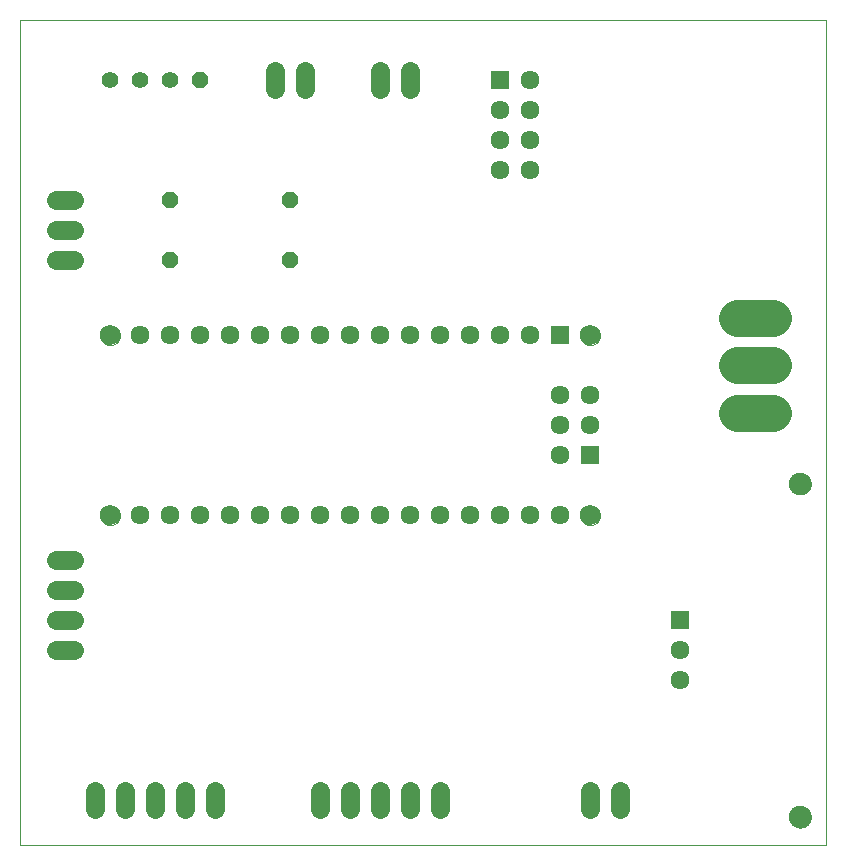
<source format=gbs>
G75*
%MOIN*%
%OFA0B0*%
%FSLAX25Y25*%
%IPPOS*%
%LPD*%
%AMOC8*
5,1,8,0,0,1.08239X$1,22.5*
%
%ADD10C,0.00000*%
%ADD11C,0.06400*%
%ADD12R,0.06337X0.06337*%
%ADD13C,0.06337*%
%ADD14C,0.06900*%
%ADD15OC8,0.05600*%
%ADD16C,0.07487*%
%ADD17OC8,0.05550*%
%ADD18C,0.05550*%
%ADD19C,0.12250*%
D10*
X0014365Y0001000D02*
X0014365Y0275961D01*
X0283066Y0275961D01*
X0283066Y0001000D01*
X0014365Y0001000D01*
X0041115Y0111000D02*
X0041117Y0111113D01*
X0041123Y0111227D01*
X0041133Y0111340D01*
X0041147Y0111452D01*
X0041164Y0111564D01*
X0041186Y0111676D01*
X0041212Y0111786D01*
X0041241Y0111896D01*
X0041274Y0112004D01*
X0041311Y0112112D01*
X0041352Y0112217D01*
X0041396Y0112322D01*
X0041444Y0112425D01*
X0041495Y0112526D01*
X0041550Y0112625D01*
X0041609Y0112722D01*
X0041671Y0112817D01*
X0041736Y0112910D01*
X0041804Y0113001D01*
X0041875Y0113089D01*
X0041950Y0113175D01*
X0042027Y0113258D01*
X0042107Y0113338D01*
X0042190Y0113415D01*
X0042276Y0113490D01*
X0042364Y0113561D01*
X0042455Y0113629D01*
X0042548Y0113694D01*
X0042643Y0113756D01*
X0042740Y0113815D01*
X0042839Y0113870D01*
X0042940Y0113921D01*
X0043043Y0113969D01*
X0043148Y0114013D01*
X0043253Y0114054D01*
X0043361Y0114091D01*
X0043469Y0114124D01*
X0043579Y0114153D01*
X0043689Y0114179D01*
X0043801Y0114201D01*
X0043913Y0114218D01*
X0044025Y0114232D01*
X0044138Y0114242D01*
X0044252Y0114248D01*
X0044365Y0114250D01*
X0044478Y0114248D01*
X0044592Y0114242D01*
X0044705Y0114232D01*
X0044817Y0114218D01*
X0044929Y0114201D01*
X0045041Y0114179D01*
X0045151Y0114153D01*
X0045261Y0114124D01*
X0045369Y0114091D01*
X0045477Y0114054D01*
X0045582Y0114013D01*
X0045687Y0113969D01*
X0045790Y0113921D01*
X0045891Y0113870D01*
X0045990Y0113815D01*
X0046087Y0113756D01*
X0046182Y0113694D01*
X0046275Y0113629D01*
X0046366Y0113561D01*
X0046454Y0113490D01*
X0046540Y0113415D01*
X0046623Y0113338D01*
X0046703Y0113258D01*
X0046780Y0113175D01*
X0046855Y0113089D01*
X0046926Y0113001D01*
X0046994Y0112910D01*
X0047059Y0112817D01*
X0047121Y0112722D01*
X0047180Y0112625D01*
X0047235Y0112526D01*
X0047286Y0112425D01*
X0047334Y0112322D01*
X0047378Y0112217D01*
X0047419Y0112112D01*
X0047456Y0112004D01*
X0047489Y0111896D01*
X0047518Y0111786D01*
X0047544Y0111676D01*
X0047566Y0111564D01*
X0047583Y0111452D01*
X0047597Y0111340D01*
X0047607Y0111227D01*
X0047613Y0111113D01*
X0047615Y0111000D01*
X0047613Y0110887D01*
X0047607Y0110773D01*
X0047597Y0110660D01*
X0047583Y0110548D01*
X0047566Y0110436D01*
X0047544Y0110324D01*
X0047518Y0110214D01*
X0047489Y0110104D01*
X0047456Y0109996D01*
X0047419Y0109888D01*
X0047378Y0109783D01*
X0047334Y0109678D01*
X0047286Y0109575D01*
X0047235Y0109474D01*
X0047180Y0109375D01*
X0047121Y0109278D01*
X0047059Y0109183D01*
X0046994Y0109090D01*
X0046926Y0108999D01*
X0046855Y0108911D01*
X0046780Y0108825D01*
X0046703Y0108742D01*
X0046623Y0108662D01*
X0046540Y0108585D01*
X0046454Y0108510D01*
X0046366Y0108439D01*
X0046275Y0108371D01*
X0046182Y0108306D01*
X0046087Y0108244D01*
X0045990Y0108185D01*
X0045891Y0108130D01*
X0045790Y0108079D01*
X0045687Y0108031D01*
X0045582Y0107987D01*
X0045477Y0107946D01*
X0045369Y0107909D01*
X0045261Y0107876D01*
X0045151Y0107847D01*
X0045041Y0107821D01*
X0044929Y0107799D01*
X0044817Y0107782D01*
X0044705Y0107768D01*
X0044592Y0107758D01*
X0044478Y0107752D01*
X0044365Y0107750D01*
X0044252Y0107752D01*
X0044138Y0107758D01*
X0044025Y0107768D01*
X0043913Y0107782D01*
X0043801Y0107799D01*
X0043689Y0107821D01*
X0043579Y0107847D01*
X0043469Y0107876D01*
X0043361Y0107909D01*
X0043253Y0107946D01*
X0043148Y0107987D01*
X0043043Y0108031D01*
X0042940Y0108079D01*
X0042839Y0108130D01*
X0042740Y0108185D01*
X0042643Y0108244D01*
X0042548Y0108306D01*
X0042455Y0108371D01*
X0042364Y0108439D01*
X0042276Y0108510D01*
X0042190Y0108585D01*
X0042107Y0108662D01*
X0042027Y0108742D01*
X0041950Y0108825D01*
X0041875Y0108911D01*
X0041804Y0108999D01*
X0041736Y0109090D01*
X0041671Y0109183D01*
X0041609Y0109278D01*
X0041550Y0109375D01*
X0041495Y0109474D01*
X0041444Y0109575D01*
X0041396Y0109678D01*
X0041352Y0109783D01*
X0041311Y0109888D01*
X0041274Y0109996D01*
X0041241Y0110104D01*
X0041212Y0110214D01*
X0041186Y0110324D01*
X0041164Y0110436D01*
X0041147Y0110548D01*
X0041133Y0110660D01*
X0041123Y0110773D01*
X0041117Y0110887D01*
X0041115Y0111000D01*
X0041115Y0171000D02*
X0041117Y0171113D01*
X0041123Y0171227D01*
X0041133Y0171340D01*
X0041147Y0171452D01*
X0041164Y0171564D01*
X0041186Y0171676D01*
X0041212Y0171786D01*
X0041241Y0171896D01*
X0041274Y0172004D01*
X0041311Y0172112D01*
X0041352Y0172217D01*
X0041396Y0172322D01*
X0041444Y0172425D01*
X0041495Y0172526D01*
X0041550Y0172625D01*
X0041609Y0172722D01*
X0041671Y0172817D01*
X0041736Y0172910D01*
X0041804Y0173001D01*
X0041875Y0173089D01*
X0041950Y0173175D01*
X0042027Y0173258D01*
X0042107Y0173338D01*
X0042190Y0173415D01*
X0042276Y0173490D01*
X0042364Y0173561D01*
X0042455Y0173629D01*
X0042548Y0173694D01*
X0042643Y0173756D01*
X0042740Y0173815D01*
X0042839Y0173870D01*
X0042940Y0173921D01*
X0043043Y0173969D01*
X0043148Y0174013D01*
X0043253Y0174054D01*
X0043361Y0174091D01*
X0043469Y0174124D01*
X0043579Y0174153D01*
X0043689Y0174179D01*
X0043801Y0174201D01*
X0043913Y0174218D01*
X0044025Y0174232D01*
X0044138Y0174242D01*
X0044252Y0174248D01*
X0044365Y0174250D01*
X0044478Y0174248D01*
X0044592Y0174242D01*
X0044705Y0174232D01*
X0044817Y0174218D01*
X0044929Y0174201D01*
X0045041Y0174179D01*
X0045151Y0174153D01*
X0045261Y0174124D01*
X0045369Y0174091D01*
X0045477Y0174054D01*
X0045582Y0174013D01*
X0045687Y0173969D01*
X0045790Y0173921D01*
X0045891Y0173870D01*
X0045990Y0173815D01*
X0046087Y0173756D01*
X0046182Y0173694D01*
X0046275Y0173629D01*
X0046366Y0173561D01*
X0046454Y0173490D01*
X0046540Y0173415D01*
X0046623Y0173338D01*
X0046703Y0173258D01*
X0046780Y0173175D01*
X0046855Y0173089D01*
X0046926Y0173001D01*
X0046994Y0172910D01*
X0047059Y0172817D01*
X0047121Y0172722D01*
X0047180Y0172625D01*
X0047235Y0172526D01*
X0047286Y0172425D01*
X0047334Y0172322D01*
X0047378Y0172217D01*
X0047419Y0172112D01*
X0047456Y0172004D01*
X0047489Y0171896D01*
X0047518Y0171786D01*
X0047544Y0171676D01*
X0047566Y0171564D01*
X0047583Y0171452D01*
X0047597Y0171340D01*
X0047607Y0171227D01*
X0047613Y0171113D01*
X0047615Y0171000D01*
X0047613Y0170887D01*
X0047607Y0170773D01*
X0047597Y0170660D01*
X0047583Y0170548D01*
X0047566Y0170436D01*
X0047544Y0170324D01*
X0047518Y0170214D01*
X0047489Y0170104D01*
X0047456Y0169996D01*
X0047419Y0169888D01*
X0047378Y0169783D01*
X0047334Y0169678D01*
X0047286Y0169575D01*
X0047235Y0169474D01*
X0047180Y0169375D01*
X0047121Y0169278D01*
X0047059Y0169183D01*
X0046994Y0169090D01*
X0046926Y0168999D01*
X0046855Y0168911D01*
X0046780Y0168825D01*
X0046703Y0168742D01*
X0046623Y0168662D01*
X0046540Y0168585D01*
X0046454Y0168510D01*
X0046366Y0168439D01*
X0046275Y0168371D01*
X0046182Y0168306D01*
X0046087Y0168244D01*
X0045990Y0168185D01*
X0045891Y0168130D01*
X0045790Y0168079D01*
X0045687Y0168031D01*
X0045582Y0167987D01*
X0045477Y0167946D01*
X0045369Y0167909D01*
X0045261Y0167876D01*
X0045151Y0167847D01*
X0045041Y0167821D01*
X0044929Y0167799D01*
X0044817Y0167782D01*
X0044705Y0167768D01*
X0044592Y0167758D01*
X0044478Y0167752D01*
X0044365Y0167750D01*
X0044252Y0167752D01*
X0044138Y0167758D01*
X0044025Y0167768D01*
X0043913Y0167782D01*
X0043801Y0167799D01*
X0043689Y0167821D01*
X0043579Y0167847D01*
X0043469Y0167876D01*
X0043361Y0167909D01*
X0043253Y0167946D01*
X0043148Y0167987D01*
X0043043Y0168031D01*
X0042940Y0168079D01*
X0042839Y0168130D01*
X0042740Y0168185D01*
X0042643Y0168244D01*
X0042548Y0168306D01*
X0042455Y0168371D01*
X0042364Y0168439D01*
X0042276Y0168510D01*
X0042190Y0168585D01*
X0042107Y0168662D01*
X0042027Y0168742D01*
X0041950Y0168825D01*
X0041875Y0168911D01*
X0041804Y0168999D01*
X0041736Y0169090D01*
X0041671Y0169183D01*
X0041609Y0169278D01*
X0041550Y0169375D01*
X0041495Y0169474D01*
X0041444Y0169575D01*
X0041396Y0169678D01*
X0041352Y0169783D01*
X0041311Y0169888D01*
X0041274Y0169996D01*
X0041241Y0170104D01*
X0041212Y0170214D01*
X0041186Y0170324D01*
X0041164Y0170436D01*
X0041147Y0170548D01*
X0041133Y0170660D01*
X0041123Y0170773D01*
X0041117Y0170887D01*
X0041115Y0171000D01*
X0201115Y0171000D02*
X0201117Y0171113D01*
X0201123Y0171227D01*
X0201133Y0171340D01*
X0201147Y0171452D01*
X0201164Y0171564D01*
X0201186Y0171676D01*
X0201212Y0171786D01*
X0201241Y0171896D01*
X0201274Y0172004D01*
X0201311Y0172112D01*
X0201352Y0172217D01*
X0201396Y0172322D01*
X0201444Y0172425D01*
X0201495Y0172526D01*
X0201550Y0172625D01*
X0201609Y0172722D01*
X0201671Y0172817D01*
X0201736Y0172910D01*
X0201804Y0173001D01*
X0201875Y0173089D01*
X0201950Y0173175D01*
X0202027Y0173258D01*
X0202107Y0173338D01*
X0202190Y0173415D01*
X0202276Y0173490D01*
X0202364Y0173561D01*
X0202455Y0173629D01*
X0202548Y0173694D01*
X0202643Y0173756D01*
X0202740Y0173815D01*
X0202839Y0173870D01*
X0202940Y0173921D01*
X0203043Y0173969D01*
X0203148Y0174013D01*
X0203253Y0174054D01*
X0203361Y0174091D01*
X0203469Y0174124D01*
X0203579Y0174153D01*
X0203689Y0174179D01*
X0203801Y0174201D01*
X0203913Y0174218D01*
X0204025Y0174232D01*
X0204138Y0174242D01*
X0204252Y0174248D01*
X0204365Y0174250D01*
X0204478Y0174248D01*
X0204592Y0174242D01*
X0204705Y0174232D01*
X0204817Y0174218D01*
X0204929Y0174201D01*
X0205041Y0174179D01*
X0205151Y0174153D01*
X0205261Y0174124D01*
X0205369Y0174091D01*
X0205477Y0174054D01*
X0205582Y0174013D01*
X0205687Y0173969D01*
X0205790Y0173921D01*
X0205891Y0173870D01*
X0205990Y0173815D01*
X0206087Y0173756D01*
X0206182Y0173694D01*
X0206275Y0173629D01*
X0206366Y0173561D01*
X0206454Y0173490D01*
X0206540Y0173415D01*
X0206623Y0173338D01*
X0206703Y0173258D01*
X0206780Y0173175D01*
X0206855Y0173089D01*
X0206926Y0173001D01*
X0206994Y0172910D01*
X0207059Y0172817D01*
X0207121Y0172722D01*
X0207180Y0172625D01*
X0207235Y0172526D01*
X0207286Y0172425D01*
X0207334Y0172322D01*
X0207378Y0172217D01*
X0207419Y0172112D01*
X0207456Y0172004D01*
X0207489Y0171896D01*
X0207518Y0171786D01*
X0207544Y0171676D01*
X0207566Y0171564D01*
X0207583Y0171452D01*
X0207597Y0171340D01*
X0207607Y0171227D01*
X0207613Y0171113D01*
X0207615Y0171000D01*
X0207613Y0170887D01*
X0207607Y0170773D01*
X0207597Y0170660D01*
X0207583Y0170548D01*
X0207566Y0170436D01*
X0207544Y0170324D01*
X0207518Y0170214D01*
X0207489Y0170104D01*
X0207456Y0169996D01*
X0207419Y0169888D01*
X0207378Y0169783D01*
X0207334Y0169678D01*
X0207286Y0169575D01*
X0207235Y0169474D01*
X0207180Y0169375D01*
X0207121Y0169278D01*
X0207059Y0169183D01*
X0206994Y0169090D01*
X0206926Y0168999D01*
X0206855Y0168911D01*
X0206780Y0168825D01*
X0206703Y0168742D01*
X0206623Y0168662D01*
X0206540Y0168585D01*
X0206454Y0168510D01*
X0206366Y0168439D01*
X0206275Y0168371D01*
X0206182Y0168306D01*
X0206087Y0168244D01*
X0205990Y0168185D01*
X0205891Y0168130D01*
X0205790Y0168079D01*
X0205687Y0168031D01*
X0205582Y0167987D01*
X0205477Y0167946D01*
X0205369Y0167909D01*
X0205261Y0167876D01*
X0205151Y0167847D01*
X0205041Y0167821D01*
X0204929Y0167799D01*
X0204817Y0167782D01*
X0204705Y0167768D01*
X0204592Y0167758D01*
X0204478Y0167752D01*
X0204365Y0167750D01*
X0204252Y0167752D01*
X0204138Y0167758D01*
X0204025Y0167768D01*
X0203913Y0167782D01*
X0203801Y0167799D01*
X0203689Y0167821D01*
X0203579Y0167847D01*
X0203469Y0167876D01*
X0203361Y0167909D01*
X0203253Y0167946D01*
X0203148Y0167987D01*
X0203043Y0168031D01*
X0202940Y0168079D01*
X0202839Y0168130D01*
X0202740Y0168185D01*
X0202643Y0168244D01*
X0202548Y0168306D01*
X0202455Y0168371D01*
X0202364Y0168439D01*
X0202276Y0168510D01*
X0202190Y0168585D01*
X0202107Y0168662D01*
X0202027Y0168742D01*
X0201950Y0168825D01*
X0201875Y0168911D01*
X0201804Y0168999D01*
X0201736Y0169090D01*
X0201671Y0169183D01*
X0201609Y0169278D01*
X0201550Y0169375D01*
X0201495Y0169474D01*
X0201444Y0169575D01*
X0201396Y0169678D01*
X0201352Y0169783D01*
X0201311Y0169888D01*
X0201274Y0169996D01*
X0201241Y0170104D01*
X0201212Y0170214D01*
X0201186Y0170324D01*
X0201164Y0170436D01*
X0201147Y0170548D01*
X0201133Y0170660D01*
X0201123Y0170773D01*
X0201117Y0170887D01*
X0201115Y0171000D01*
X0201115Y0111000D02*
X0201117Y0111113D01*
X0201123Y0111227D01*
X0201133Y0111340D01*
X0201147Y0111452D01*
X0201164Y0111564D01*
X0201186Y0111676D01*
X0201212Y0111786D01*
X0201241Y0111896D01*
X0201274Y0112004D01*
X0201311Y0112112D01*
X0201352Y0112217D01*
X0201396Y0112322D01*
X0201444Y0112425D01*
X0201495Y0112526D01*
X0201550Y0112625D01*
X0201609Y0112722D01*
X0201671Y0112817D01*
X0201736Y0112910D01*
X0201804Y0113001D01*
X0201875Y0113089D01*
X0201950Y0113175D01*
X0202027Y0113258D01*
X0202107Y0113338D01*
X0202190Y0113415D01*
X0202276Y0113490D01*
X0202364Y0113561D01*
X0202455Y0113629D01*
X0202548Y0113694D01*
X0202643Y0113756D01*
X0202740Y0113815D01*
X0202839Y0113870D01*
X0202940Y0113921D01*
X0203043Y0113969D01*
X0203148Y0114013D01*
X0203253Y0114054D01*
X0203361Y0114091D01*
X0203469Y0114124D01*
X0203579Y0114153D01*
X0203689Y0114179D01*
X0203801Y0114201D01*
X0203913Y0114218D01*
X0204025Y0114232D01*
X0204138Y0114242D01*
X0204252Y0114248D01*
X0204365Y0114250D01*
X0204478Y0114248D01*
X0204592Y0114242D01*
X0204705Y0114232D01*
X0204817Y0114218D01*
X0204929Y0114201D01*
X0205041Y0114179D01*
X0205151Y0114153D01*
X0205261Y0114124D01*
X0205369Y0114091D01*
X0205477Y0114054D01*
X0205582Y0114013D01*
X0205687Y0113969D01*
X0205790Y0113921D01*
X0205891Y0113870D01*
X0205990Y0113815D01*
X0206087Y0113756D01*
X0206182Y0113694D01*
X0206275Y0113629D01*
X0206366Y0113561D01*
X0206454Y0113490D01*
X0206540Y0113415D01*
X0206623Y0113338D01*
X0206703Y0113258D01*
X0206780Y0113175D01*
X0206855Y0113089D01*
X0206926Y0113001D01*
X0206994Y0112910D01*
X0207059Y0112817D01*
X0207121Y0112722D01*
X0207180Y0112625D01*
X0207235Y0112526D01*
X0207286Y0112425D01*
X0207334Y0112322D01*
X0207378Y0112217D01*
X0207419Y0112112D01*
X0207456Y0112004D01*
X0207489Y0111896D01*
X0207518Y0111786D01*
X0207544Y0111676D01*
X0207566Y0111564D01*
X0207583Y0111452D01*
X0207597Y0111340D01*
X0207607Y0111227D01*
X0207613Y0111113D01*
X0207615Y0111000D01*
X0207613Y0110887D01*
X0207607Y0110773D01*
X0207597Y0110660D01*
X0207583Y0110548D01*
X0207566Y0110436D01*
X0207544Y0110324D01*
X0207518Y0110214D01*
X0207489Y0110104D01*
X0207456Y0109996D01*
X0207419Y0109888D01*
X0207378Y0109783D01*
X0207334Y0109678D01*
X0207286Y0109575D01*
X0207235Y0109474D01*
X0207180Y0109375D01*
X0207121Y0109278D01*
X0207059Y0109183D01*
X0206994Y0109090D01*
X0206926Y0108999D01*
X0206855Y0108911D01*
X0206780Y0108825D01*
X0206703Y0108742D01*
X0206623Y0108662D01*
X0206540Y0108585D01*
X0206454Y0108510D01*
X0206366Y0108439D01*
X0206275Y0108371D01*
X0206182Y0108306D01*
X0206087Y0108244D01*
X0205990Y0108185D01*
X0205891Y0108130D01*
X0205790Y0108079D01*
X0205687Y0108031D01*
X0205582Y0107987D01*
X0205477Y0107946D01*
X0205369Y0107909D01*
X0205261Y0107876D01*
X0205151Y0107847D01*
X0205041Y0107821D01*
X0204929Y0107799D01*
X0204817Y0107782D01*
X0204705Y0107768D01*
X0204592Y0107758D01*
X0204478Y0107752D01*
X0204365Y0107750D01*
X0204252Y0107752D01*
X0204138Y0107758D01*
X0204025Y0107768D01*
X0203913Y0107782D01*
X0203801Y0107799D01*
X0203689Y0107821D01*
X0203579Y0107847D01*
X0203469Y0107876D01*
X0203361Y0107909D01*
X0203253Y0107946D01*
X0203148Y0107987D01*
X0203043Y0108031D01*
X0202940Y0108079D01*
X0202839Y0108130D01*
X0202740Y0108185D01*
X0202643Y0108244D01*
X0202548Y0108306D01*
X0202455Y0108371D01*
X0202364Y0108439D01*
X0202276Y0108510D01*
X0202190Y0108585D01*
X0202107Y0108662D01*
X0202027Y0108742D01*
X0201950Y0108825D01*
X0201875Y0108911D01*
X0201804Y0108999D01*
X0201736Y0109090D01*
X0201671Y0109183D01*
X0201609Y0109278D01*
X0201550Y0109375D01*
X0201495Y0109474D01*
X0201444Y0109575D01*
X0201396Y0109678D01*
X0201352Y0109783D01*
X0201311Y0109888D01*
X0201274Y0109996D01*
X0201241Y0110104D01*
X0201212Y0110214D01*
X0201186Y0110324D01*
X0201164Y0110436D01*
X0201147Y0110548D01*
X0201133Y0110660D01*
X0201123Y0110773D01*
X0201117Y0110887D01*
X0201115Y0111000D01*
X0270822Y0121512D02*
X0270824Y0121630D01*
X0270830Y0121749D01*
X0270840Y0121867D01*
X0270854Y0121984D01*
X0270871Y0122101D01*
X0270893Y0122218D01*
X0270919Y0122333D01*
X0270948Y0122448D01*
X0270981Y0122562D01*
X0271018Y0122674D01*
X0271059Y0122785D01*
X0271103Y0122895D01*
X0271151Y0123003D01*
X0271203Y0123110D01*
X0271258Y0123215D01*
X0271317Y0123318D01*
X0271379Y0123418D01*
X0271444Y0123517D01*
X0271513Y0123614D01*
X0271584Y0123708D01*
X0271659Y0123799D01*
X0271737Y0123889D01*
X0271818Y0123975D01*
X0271902Y0124059D01*
X0271988Y0124140D01*
X0272078Y0124218D01*
X0272169Y0124293D01*
X0272263Y0124364D01*
X0272360Y0124433D01*
X0272459Y0124498D01*
X0272559Y0124560D01*
X0272662Y0124619D01*
X0272767Y0124674D01*
X0272874Y0124726D01*
X0272982Y0124774D01*
X0273092Y0124818D01*
X0273203Y0124859D01*
X0273315Y0124896D01*
X0273429Y0124929D01*
X0273544Y0124958D01*
X0273659Y0124984D01*
X0273776Y0125006D01*
X0273893Y0125023D01*
X0274010Y0125037D01*
X0274128Y0125047D01*
X0274247Y0125053D01*
X0274365Y0125055D01*
X0274483Y0125053D01*
X0274602Y0125047D01*
X0274720Y0125037D01*
X0274837Y0125023D01*
X0274954Y0125006D01*
X0275071Y0124984D01*
X0275186Y0124958D01*
X0275301Y0124929D01*
X0275415Y0124896D01*
X0275527Y0124859D01*
X0275638Y0124818D01*
X0275748Y0124774D01*
X0275856Y0124726D01*
X0275963Y0124674D01*
X0276068Y0124619D01*
X0276171Y0124560D01*
X0276271Y0124498D01*
X0276370Y0124433D01*
X0276467Y0124364D01*
X0276561Y0124293D01*
X0276652Y0124218D01*
X0276742Y0124140D01*
X0276828Y0124059D01*
X0276912Y0123975D01*
X0276993Y0123889D01*
X0277071Y0123799D01*
X0277146Y0123708D01*
X0277217Y0123614D01*
X0277286Y0123517D01*
X0277351Y0123418D01*
X0277413Y0123318D01*
X0277472Y0123215D01*
X0277527Y0123110D01*
X0277579Y0123003D01*
X0277627Y0122895D01*
X0277671Y0122785D01*
X0277712Y0122674D01*
X0277749Y0122562D01*
X0277782Y0122448D01*
X0277811Y0122333D01*
X0277837Y0122218D01*
X0277859Y0122101D01*
X0277876Y0121984D01*
X0277890Y0121867D01*
X0277900Y0121749D01*
X0277906Y0121630D01*
X0277908Y0121512D01*
X0277906Y0121394D01*
X0277900Y0121275D01*
X0277890Y0121157D01*
X0277876Y0121040D01*
X0277859Y0120923D01*
X0277837Y0120806D01*
X0277811Y0120691D01*
X0277782Y0120576D01*
X0277749Y0120462D01*
X0277712Y0120350D01*
X0277671Y0120239D01*
X0277627Y0120129D01*
X0277579Y0120021D01*
X0277527Y0119914D01*
X0277472Y0119809D01*
X0277413Y0119706D01*
X0277351Y0119606D01*
X0277286Y0119507D01*
X0277217Y0119410D01*
X0277146Y0119316D01*
X0277071Y0119225D01*
X0276993Y0119135D01*
X0276912Y0119049D01*
X0276828Y0118965D01*
X0276742Y0118884D01*
X0276652Y0118806D01*
X0276561Y0118731D01*
X0276467Y0118660D01*
X0276370Y0118591D01*
X0276271Y0118526D01*
X0276171Y0118464D01*
X0276068Y0118405D01*
X0275963Y0118350D01*
X0275856Y0118298D01*
X0275748Y0118250D01*
X0275638Y0118206D01*
X0275527Y0118165D01*
X0275415Y0118128D01*
X0275301Y0118095D01*
X0275186Y0118066D01*
X0275071Y0118040D01*
X0274954Y0118018D01*
X0274837Y0118001D01*
X0274720Y0117987D01*
X0274602Y0117977D01*
X0274483Y0117971D01*
X0274365Y0117969D01*
X0274247Y0117971D01*
X0274128Y0117977D01*
X0274010Y0117987D01*
X0273893Y0118001D01*
X0273776Y0118018D01*
X0273659Y0118040D01*
X0273544Y0118066D01*
X0273429Y0118095D01*
X0273315Y0118128D01*
X0273203Y0118165D01*
X0273092Y0118206D01*
X0272982Y0118250D01*
X0272874Y0118298D01*
X0272767Y0118350D01*
X0272662Y0118405D01*
X0272559Y0118464D01*
X0272459Y0118526D01*
X0272360Y0118591D01*
X0272263Y0118660D01*
X0272169Y0118731D01*
X0272078Y0118806D01*
X0271988Y0118884D01*
X0271902Y0118965D01*
X0271818Y0119049D01*
X0271737Y0119135D01*
X0271659Y0119225D01*
X0271584Y0119316D01*
X0271513Y0119410D01*
X0271444Y0119507D01*
X0271379Y0119606D01*
X0271317Y0119706D01*
X0271258Y0119809D01*
X0271203Y0119914D01*
X0271151Y0120021D01*
X0271103Y0120129D01*
X0271059Y0120239D01*
X0271018Y0120350D01*
X0270981Y0120462D01*
X0270948Y0120576D01*
X0270919Y0120691D01*
X0270893Y0120806D01*
X0270871Y0120923D01*
X0270854Y0121040D01*
X0270840Y0121157D01*
X0270830Y0121275D01*
X0270824Y0121394D01*
X0270822Y0121512D01*
X0270822Y0010488D02*
X0270824Y0010606D01*
X0270830Y0010725D01*
X0270840Y0010843D01*
X0270854Y0010960D01*
X0270871Y0011077D01*
X0270893Y0011194D01*
X0270919Y0011309D01*
X0270948Y0011424D01*
X0270981Y0011538D01*
X0271018Y0011650D01*
X0271059Y0011761D01*
X0271103Y0011871D01*
X0271151Y0011979D01*
X0271203Y0012086D01*
X0271258Y0012191D01*
X0271317Y0012294D01*
X0271379Y0012394D01*
X0271444Y0012493D01*
X0271513Y0012590D01*
X0271584Y0012684D01*
X0271659Y0012775D01*
X0271737Y0012865D01*
X0271818Y0012951D01*
X0271902Y0013035D01*
X0271988Y0013116D01*
X0272078Y0013194D01*
X0272169Y0013269D01*
X0272263Y0013340D01*
X0272360Y0013409D01*
X0272459Y0013474D01*
X0272559Y0013536D01*
X0272662Y0013595D01*
X0272767Y0013650D01*
X0272874Y0013702D01*
X0272982Y0013750D01*
X0273092Y0013794D01*
X0273203Y0013835D01*
X0273315Y0013872D01*
X0273429Y0013905D01*
X0273544Y0013934D01*
X0273659Y0013960D01*
X0273776Y0013982D01*
X0273893Y0013999D01*
X0274010Y0014013D01*
X0274128Y0014023D01*
X0274247Y0014029D01*
X0274365Y0014031D01*
X0274483Y0014029D01*
X0274602Y0014023D01*
X0274720Y0014013D01*
X0274837Y0013999D01*
X0274954Y0013982D01*
X0275071Y0013960D01*
X0275186Y0013934D01*
X0275301Y0013905D01*
X0275415Y0013872D01*
X0275527Y0013835D01*
X0275638Y0013794D01*
X0275748Y0013750D01*
X0275856Y0013702D01*
X0275963Y0013650D01*
X0276068Y0013595D01*
X0276171Y0013536D01*
X0276271Y0013474D01*
X0276370Y0013409D01*
X0276467Y0013340D01*
X0276561Y0013269D01*
X0276652Y0013194D01*
X0276742Y0013116D01*
X0276828Y0013035D01*
X0276912Y0012951D01*
X0276993Y0012865D01*
X0277071Y0012775D01*
X0277146Y0012684D01*
X0277217Y0012590D01*
X0277286Y0012493D01*
X0277351Y0012394D01*
X0277413Y0012294D01*
X0277472Y0012191D01*
X0277527Y0012086D01*
X0277579Y0011979D01*
X0277627Y0011871D01*
X0277671Y0011761D01*
X0277712Y0011650D01*
X0277749Y0011538D01*
X0277782Y0011424D01*
X0277811Y0011309D01*
X0277837Y0011194D01*
X0277859Y0011077D01*
X0277876Y0010960D01*
X0277890Y0010843D01*
X0277900Y0010725D01*
X0277906Y0010606D01*
X0277908Y0010488D01*
X0277906Y0010370D01*
X0277900Y0010251D01*
X0277890Y0010133D01*
X0277876Y0010016D01*
X0277859Y0009899D01*
X0277837Y0009782D01*
X0277811Y0009667D01*
X0277782Y0009552D01*
X0277749Y0009438D01*
X0277712Y0009326D01*
X0277671Y0009215D01*
X0277627Y0009105D01*
X0277579Y0008997D01*
X0277527Y0008890D01*
X0277472Y0008785D01*
X0277413Y0008682D01*
X0277351Y0008582D01*
X0277286Y0008483D01*
X0277217Y0008386D01*
X0277146Y0008292D01*
X0277071Y0008201D01*
X0276993Y0008111D01*
X0276912Y0008025D01*
X0276828Y0007941D01*
X0276742Y0007860D01*
X0276652Y0007782D01*
X0276561Y0007707D01*
X0276467Y0007636D01*
X0276370Y0007567D01*
X0276271Y0007502D01*
X0276171Y0007440D01*
X0276068Y0007381D01*
X0275963Y0007326D01*
X0275856Y0007274D01*
X0275748Y0007226D01*
X0275638Y0007182D01*
X0275527Y0007141D01*
X0275415Y0007104D01*
X0275301Y0007071D01*
X0275186Y0007042D01*
X0275071Y0007016D01*
X0274954Y0006994D01*
X0274837Y0006977D01*
X0274720Y0006963D01*
X0274602Y0006953D01*
X0274483Y0006947D01*
X0274365Y0006945D01*
X0274247Y0006947D01*
X0274128Y0006953D01*
X0274010Y0006963D01*
X0273893Y0006977D01*
X0273776Y0006994D01*
X0273659Y0007016D01*
X0273544Y0007042D01*
X0273429Y0007071D01*
X0273315Y0007104D01*
X0273203Y0007141D01*
X0273092Y0007182D01*
X0272982Y0007226D01*
X0272874Y0007274D01*
X0272767Y0007326D01*
X0272662Y0007381D01*
X0272559Y0007440D01*
X0272459Y0007502D01*
X0272360Y0007567D01*
X0272263Y0007636D01*
X0272169Y0007707D01*
X0272078Y0007782D01*
X0271988Y0007860D01*
X0271902Y0007941D01*
X0271818Y0008025D01*
X0271737Y0008111D01*
X0271659Y0008201D01*
X0271584Y0008292D01*
X0271513Y0008386D01*
X0271444Y0008483D01*
X0271379Y0008582D01*
X0271317Y0008682D01*
X0271258Y0008785D01*
X0271203Y0008890D01*
X0271151Y0008997D01*
X0271103Y0009105D01*
X0271059Y0009215D01*
X0271018Y0009326D01*
X0270981Y0009438D01*
X0270948Y0009552D01*
X0270919Y0009667D01*
X0270893Y0009782D01*
X0270871Y0009899D01*
X0270854Y0010016D01*
X0270840Y0010133D01*
X0270830Y0010251D01*
X0270824Y0010370D01*
X0270822Y0010488D01*
D11*
X0214365Y0013000D02*
X0214365Y0019000D01*
X0204365Y0019000D02*
X0204365Y0013000D01*
X0154365Y0013000D02*
X0154365Y0019000D01*
X0144365Y0019000D02*
X0144365Y0013000D01*
X0134365Y0013000D02*
X0134365Y0019000D01*
X0124365Y0019000D02*
X0124365Y0013000D01*
X0114365Y0013000D02*
X0114365Y0019000D01*
X0079365Y0019000D02*
X0079365Y0013000D01*
X0069365Y0013000D02*
X0069365Y0019000D01*
X0059365Y0019000D02*
X0059365Y0013000D01*
X0049365Y0013000D02*
X0049365Y0019000D01*
X0039365Y0019000D02*
X0039365Y0013000D01*
X0032365Y0066000D02*
X0026365Y0066000D01*
X0026365Y0076000D02*
X0032365Y0076000D01*
X0032365Y0086000D02*
X0026365Y0086000D01*
X0026365Y0096000D02*
X0032365Y0096000D01*
X0032365Y0196000D02*
X0026365Y0196000D01*
X0026365Y0206000D02*
X0032365Y0206000D01*
X0032365Y0216000D02*
X0026365Y0216000D01*
X0099365Y0253000D02*
X0099365Y0259000D01*
X0109365Y0259000D02*
X0109365Y0253000D01*
X0134365Y0253000D02*
X0134365Y0259000D01*
X0144365Y0259000D02*
X0144365Y0253000D01*
D12*
X0174365Y0256000D03*
X0194365Y0171000D03*
X0204365Y0131000D03*
X0234365Y0076000D03*
D13*
X0234365Y0066000D03*
X0234365Y0056000D03*
X0194365Y0111000D03*
X0184365Y0111000D03*
X0174365Y0111000D03*
X0164365Y0111000D03*
X0154365Y0111000D03*
X0144365Y0111000D03*
X0134365Y0111000D03*
X0124365Y0111000D03*
X0114365Y0111000D03*
X0104365Y0111000D03*
X0094365Y0111000D03*
X0084365Y0111000D03*
X0074365Y0111000D03*
X0064365Y0111000D03*
X0054365Y0111000D03*
X0054365Y0171000D03*
X0064365Y0171000D03*
X0074365Y0171000D03*
X0084365Y0171000D03*
X0094365Y0171000D03*
X0104365Y0171000D03*
X0114365Y0171000D03*
X0124365Y0171000D03*
X0134365Y0171000D03*
X0144365Y0171000D03*
X0154365Y0171000D03*
X0164365Y0171000D03*
X0174365Y0171000D03*
X0184365Y0171000D03*
X0194365Y0151000D03*
X0204365Y0151000D03*
X0204365Y0141000D03*
X0194365Y0141000D03*
X0194365Y0131000D03*
X0184365Y0226000D03*
X0174365Y0226000D03*
X0174365Y0236000D03*
X0184365Y0236000D03*
X0184365Y0246000D03*
X0174365Y0246000D03*
X0184365Y0256000D03*
D14*
X0204365Y0171000D03*
X0204365Y0111000D03*
X0044365Y0111000D03*
X0044365Y0171000D03*
D15*
X0064365Y0196000D03*
X0064365Y0216000D03*
X0104365Y0216000D03*
X0104365Y0196000D03*
D16*
X0274365Y0121512D03*
X0274365Y0010488D03*
D17*
X0074365Y0256000D03*
D18*
X0064365Y0256000D03*
X0054365Y0256000D03*
X0044365Y0256000D03*
D19*
X0253440Y0176800D02*
X0265290Y0176800D01*
X0265290Y0161000D02*
X0253440Y0161000D01*
X0253440Y0145200D02*
X0265290Y0145200D01*
M02*

</source>
